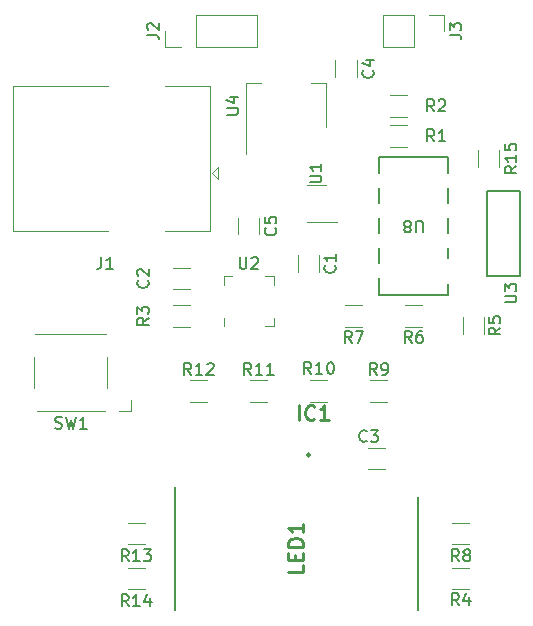
<source format=gbr>
%TF.GenerationSoftware,KiCad,Pcbnew,7.0.7*%
%TF.CreationDate,2023-12-11T18:46:51+01:00*%
%TF.ProjectId,projekt,70726f6a-656b-4742-9e6b-696361645f70,rev?*%
%TF.SameCoordinates,Original*%
%TF.FileFunction,Legend,Top*%
%TF.FilePolarity,Positive*%
%FSLAX46Y46*%
G04 Gerber Fmt 4.6, Leading zero omitted, Abs format (unit mm)*
G04 Created by KiCad (PCBNEW 7.0.7) date 2023-12-11 18:46:51*
%MOMM*%
%LPD*%
G01*
G04 APERTURE LIST*
%ADD10C,0.150000*%
%ADD11C,0.254000*%
%ADD12C,0.120000*%
%ADD13C,0.250000*%
%ADD14C,0.152400*%
%ADD15C,0.200000*%
G04 APERTURE END LIST*
D10*
X81794819Y-30178333D02*
X82509104Y-30178333D01*
X82509104Y-30178333D02*
X82651961Y-30225952D01*
X82651961Y-30225952D02*
X82747200Y-30321190D01*
X82747200Y-30321190D02*
X82794819Y-30464047D01*
X82794819Y-30464047D02*
X82794819Y-30559285D01*
X81794819Y-29797380D02*
X81794819Y-29178333D01*
X81794819Y-29178333D02*
X82175771Y-29511666D01*
X82175771Y-29511666D02*
X82175771Y-29368809D01*
X82175771Y-29368809D02*
X82223390Y-29273571D01*
X82223390Y-29273571D02*
X82271009Y-29225952D01*
X82271009Y-29225952D02*
X82366247Y-29178333D01*
X82366247Y-29178333D02*
X82604342Y-29178333D01*
X82604342Y-29178333D02*
X82699580Y-29225952D01*
X82699580Y-29225952D02*
X82747200Y-29273571D01*
X82747200Y-29273571D02*
X82794819Y-29368809D01*
X82794819Y-29368809D02*
X82794819Y-29654523D01*
X82794819Y-29654523D02*
X82747200Y-29749761D01*
X82747200Y-29749761D02*
X82699580Y-29797380D01*
X56179819Y-30178333D02*
X56894104Y-30178333D01*
X56894104Y-30178333D02*
X57036961Y-30225952D01*
X57036961Y-30225952D02*
X57132200Y-30321190D01*
X57132200Y-30321190D02*
X57179819Y-30464047D01*
X57179819Y-30464047D02*
X57179819Y-30559285D01*
X56275057Y-29749761D02*
X56227438Y-29702142D01*
X56227438Y-29702142D02*
X56179819Y-29606904D01*
X56179819Y-29606904D02*
X56179819Y-29368809D01*
X56179819Y-29368809D02*
X56227438Y-29273571D01*
X56227438Y-29273571D02*
X56275057Y-29225952D01*
X56275057Y-29225952D02*
X56370295Y-29178333D01*
X56370295Y-29178333D02*
X56465533Y-29178333D01*
X56465533Y-29178333D02*
X56608390Y-29225952D01*
X56608390Y-29225952D02*
X57179819Y-29797380D01*
X57179819Y-29797380D02*
X57179819Y-29178333D01*
X80478333Y-36649819D02*
X80145000Y-36173628D01*
X79906905Y-36649819D02*
X79906905Y-35649819D01*
X79906905Y-35649819D02*
X80287857Y-35649819D01*
X80287857Y-35649819D02*
X80383095Y-35697438D01*
X80383095Y-35697438D02*
X80430714Y-35745057D01*
X80430714Y-35745057D02*
X80478333Y-35840295D01*
X80478333Y-35840295D02*
X80478333Y-35983152D01*
X80478333Y-35983152D02*
X80430714Y-36078390D01*
X80430714Y-36078390D02*
X80383095Y-36126009D01*
X80383095Y-36126009D02*
X80287857Y-36173628D01*
X80287857Y-36173628D02*
X79906905Y-36173628D01*
X80859286Y-35745057D02*
X80906905Y-35697438D01*
X80906905Y-35697438D02*
X81002143Y-35649819D01*
X81002143Y-35649819D02*
X81240238Y-35649819D01*
X81240238Y-35649819D02*
X81335476Y-35697438D01*
X81335476Y-35697438D02*
X81383095Y-35745057D01*
X81383095Y-35745057D02*
X81430714Y-35840295D01*
X81430714Y-35840295D02*
X81430714Y-35935533D01*
X81430714Y-35935533D02*
X81383095Y-36078390D01*
X81383095Y-36078390D02*
X80811667Y-36649819D01*
X80811667Y-36649819D02*
X81430714Y-36649819D01*
X82575833Y-74749819D02*
X82242500Y-74273628D01*
X82004405Y-74749819D02*
X82004405Y-73749819D01*
X82004405Y-73749819D02*
X82385357Y-73749819D01*
X82385357Y-73749819D02*
X82480595Y-73797438D01*
X82480595Y-73797438D02*
X82528214Y-73845057D01*
X82528214Y-73845057D02*
X82575833Y-73940295D01*
X82575833Y-73940295D02*
X82575833Y-74083152D01*
X82575833Y-74083152D02*
X82528214Y-74178390D01*
X82528214Y-74178390D02*
X82480595Y-74226009D01*
X82480595Y-74226009D02*
X82385357Y-74273628D01*
X82385357Y-74273628D02*
X82004405Y-74273628D01*
X83147262Y-74178390D02*
X83052024Y-74130771D01*
X83052024Y-74130771D02*
X83004405Y-74083152D01*
X83004405Y-74083152D02*
X82956786Y-73987914D01*
X82956786Y-73987914D02*
X82956786Y-73940295D01*
X82956786Y-73940295D02*
X83004405Y-73845057D01*
X83004405Y-73845057D02*
X83052024Y-73797438D01*
X83052024Y-73797438D02*
X83147262Y-73749819D01*
X83147262Y-73749819D02*
X83337738Y-73749819D01*
X83337738Y-73749819D02*
X83432976Y-73797438D01*
X83432976Y-73797438D02*
X83480595Y-73845057D01*
X83480595Y-73845057D02*
X83528214Y-73940295D01*
X83528214Y-73940295D02*
X83528214Y-73987914D01*
X83528214Y-73987914D02*
X83480595Y-74083152D01*
X83480595Y-74083152D02*
X83432976Y-74130771D01*
X83432976Y-74130771D02*
X83337738Y-74178390D01*
X83337738Y-74178390D02*
X83147262Y-74178390D01*
X83147262Y-74178390D02*
X83052024Y-74226009D01*
X83052024Y-74226009D02*
X83004405Y-74273628D01*
X83004405Y-74273628D02*
X82956786Y-74368866D01*
X82956786Y-74368866D02*
X82956786Y-74559342D01*
X82956786Y-74559342D02*
X83004405Y-74654580D01*
X83004405Y-74654580D02*
X83052024Y-74702200D01*
X83052024Y-74702200D02*
X83147262Y-74749819D01*
X83147262Y-74749819D02*
X83337738Y-74749819D01*
X83337738Y-74749819D02*
X83432976Y-74702200D01*
X83432976Y-74702200D02*
X83480595Y-74654580D01*
X83480595Y-74654580D02*
X83528214Y-74559342D01*
X83528214Y-74559342D02*
X83528214Y-74368866D01*
X83528214Y-74368866D02*
X83480595Y-74273628D01*
X83480595Y-74273628D02*
X83432976Y-74226009D01*
X83432976Y-74226009D02*
X83337738Y-74178390D01*
X74763333Y-64549580D02*
X74715714Y-64597200D01*
X74715714Y-64597200D02*
X74572857Y-64644819D01*
X74572857Y-64644819D02*
X74477619Y-64644819D01*
X74477619Y-64644819D02*
X74334762Y-64597200D01*
X74334762Y-64597200D02*
X74239524Y-64501961D01*
X74239524Y-64501961D02*
X74191905Y-64406723D01*
X74191905Y-64406723D02*
X74144286Y-64216247D01*
X74144286Y-64216247D02*
X74144286Y-64073390D01*
X74144286Y-64073390D02*
X74191905Y-63882914D01*
X74191905Y-63882914D02*
X74239524Y-63787676D01*
X74239524Y-63787676D02*
X74334762Y-63692438D01*
X74334762Y-63692438D02*
X74477619Y-63644819D01*
X74477619Y-63644819D02*
X74572857Y-63644819D01*
X74572857Y-63644819D02*
X74715714Y-63692438D01*
X74715714Y-63692438D02*
X74763333Y-63740057D01*
X75096667Y-63644819D02*
X75715714Y-63644819D01*
X75715714Y-63644819D02*
X75382381Y-64025771D01*
X75382381Y-64025771D02*
X75525238Y-64025771D01*
X75525238Y-64025771D02*
X75620476Y-64073390D01*
X75620476Y-64073390D02*
X75668095Y-64121009D01*
X75668095Y-64121009D02*
X75715714Y-64216247D01*
X75715714Y-64216247D02*
X75715714Y-64454342D01*
X75715714Y-64454342D02*
X75668095Y-64549580D01*
X75668095Y-64549580D02*
X75620476Y-64597200D01*
X75620476Y-64597200D02*
X75525238Y-64644819D01*
X75525238Y-64644819D02*
X75239524Y-64644819D01*
X75239524Y-64644819D02*
X75144286Y-64597200D01*
X75144286Y-64597200D02*
X75096667Y-64549580D01*
X48386667Y-63472200D02*
X48529524Y-63519819D01*
X48529524Y-63519819D02*
X48767619Y-63519819D01*
X48767619Y-63519819D02*
X48862857Y-63472200D01*
X48862857Y-63472200D02*
X48910476Y-63424580D01*
X48910476Y-63424580D02*
X48958095Y-63329342D01*
X48958095Y-63329342D02*
X48958095Y-63234104D01*
X48958095Y-63234104D02*
X48910476Y-63138866D01*
X48910476Y-63138866D02*
X48862857Y-63091247D01*
X48862857Y-63091247D02*
X48767619Y-63043628D01*
X48767619Y-63043628D02*
X48577143Y-62996009D01*
X48577143Y-62996009D02*
X48481905Y-62948390D01*
X48481905Y-62948390D02*
X48434286Y-62900771D01*
X48434286Y-62900771D02*
X48386667Y-62805533D01*
X48386667Y-62805533D02*
X48386667Y-62710295D01*
X48386667Y-62710295D02*
X48434286Y-62615057D01*
X48434286Y-62615057D02*
X48481905Y-62567438D01*
X48481905Y-62567438D02*
X48577143Y-62519819D01*
X48577143Y-62519819D02*
X48815238Y-62519819D01*
X48815238Y-62519819D02*
X48958095Y-62567438D01*
X49291429Y-62519819D02*
X49529524Y-63519819D01*
X49529524Y-63519819D02*
X49720000Y-62805533D01*
X49720000Y-62805533D02*
X49910476Y-63519819D01*
X49910476Y-63519819D02*
X50148572Y-62519819D01*
X51053333Y-63519819D02*
X50481905Y-63519819D01*
X50767619Y-63519819D02*
X50767619Y-62519819D01*
X50767619Y-62519819D02*
X50672381Y-62662676D01*
X50672381Y-62662676D02*
X50577143Y-62757914D01*
X50577143Y-62757914D02*
X50481905Y-62805533D01*
X69939819Y-42671904D02*
X70749342Y-42671904D01*
X70749342Y-42671904D02*
X70844580Y-42624285D01*
X70844580Y-42624285D02*
X70892200Y-42576666D01*
X70892200Y-42576666D02*
X70939819Y-42481428D01*
X70939819Y-42481428D02*
X70939819Y-42290952D01*
X70939819Y-42290952D02*
X70892200Y-42195714D01*
X70892200Y-42195714D02*
X70844580Y-42148095D01*
X70844580Y-42148095D02*
X70749342Y-42100476D01*
X70749342Y-42100476D02*
X69939819Y-42100476D01*
X70939819Y-41100476D02*
X70939819Y-41671904D01*
X70939819Y-41386190D02*
X69939819Y-41386190D01*
X69939819Y-41386190D02*
X70082676Y-41481428D01*
X70082676Y-41481428D02*
X70177914Y-41576666D01*
X70177914Y-41576666D02*
X70225533Y-41671904D01*
D11*
X69015237Y-62804318D02*
X69015237Y-61534318D01*
X70345714Y-62683365D02*
X70285238Y-62743842D01*
X70285238Y-62743842D02*
X70103809Y-62804318D01*
X70103809Y-62804318D02*
X69982857Y-62804318D01*
X69982857Y-62804318D02*
X69801428Y-62743842D01*
X69801428Y-62743842D02*
X69680476Y-62622889D01*
X69680476Y-62622889D02*
X69619999Y-62501937D01*
X69619999Y-62501937D02*
X69559523Y-62260032D01*
X69559523Y-62260032D02*
X69559523Y-62078603D01*
X69559523Y-62078603D02*
X69619999Y-61836699D01*
X69619999Y-61836699D02*
X69680476Y-61715746D01*
X69680476Y-61715746D02*
X69801428Y-61594794D01*
X69801428Y-61594794D02*
X69982857Y-61534318D01*
X69982857Y-61534318D02*
X70103809Y-61534318D01*
X70103809Y-61534318D02*
X70285238Y-61594794D01*
X70285238Y-61594794D02*
X70345714Y-61655270D01*
X71555238Y-62804318D02*
X70829523Y-62804318D01*
X71192380Y-62804318D02*
X71192380Y-61534318D01*
X71192380Y-61534318D02*
X71071428Y-61715746D01*
X71071428Y-61715746D02*
X70950476Y-61836699D01*
X70950476Y-61836699D02*
X70829523Y-61897175D01*
D10*
X87449819Y-41282857D02*
X86973628Y-41616190D01*
X87449819Y-41854285D02*
X86449819Y-41854285D01*
X86449819Y-41854285D02*
X86449819Y-41473333D01*
X86449819Y-41473333D02*
X86497438Y-41378095D01*
X86497438Y-41378095D02*
X86545057Y-41330476D01*
X86545057Y-41330476D02*
X86640295Y-41282857D01*
X86640295Y-41282857D02*
X86783152Y-41282857D01*
X86783152Y-41282857D02*
X86878390Y-41330476D01*
X86878390Y-41330476D02*
X86926009Y-41378095D01*
X86926009Y-41378095D02*
X86973628Y-41473333D01*
X86973628Y-41473333D02*
X86973628Y-41854285D01*
X87449819Y-40330476D02*
X87449819Y-40901904D01*
X87449819Y-40616190D02*
X86449819Y-40616190D01*
X86449819Y-40616190D02*
X86592676Y-40711428D01*
X86592676Y-40711428D02*
X86687914Y-40806666D01*
X86687914Y-40806666D02*
X86735533Y-40901904D01*
X86449819Y-39425714D02*
X86449819Y-39901904D01*
X86449819Y-39901904D02*
X86926009Y-39949523D01*
X86926009Y-39949523D02*
X86878390Y-39901904D01*
X86878390Y-39901904D02*
X86830771Y-39806666D01*
X86830771Y-39806666D02*
X86830771Y-39568571D01*
X86830771Y-39568571D02*
X86878390Y-39473333D01*
X86878390Y-39473333D02*
X86926009Y-39425714D01*
X86926009Y-39425714D02*
X87021247Y-39378095D01*
X87021247Y-39378095D02*
X87259342Y-39378095D01*
X87259342Y-39378095D02*
X87354580Y-39425714D01*
X87354580Y-39425714D02*
X87402200Y-39473333D01*
X87402200Y-39473333D02*
X87449819Y-39568571D01*
X87449819Y-39568571D02*
X87449819Y-39806666D01*
X87449819Y-39806666D02*
X87402200Y-39901904D01*
X87402200Y-39901904D02*
X87354580Y-39949523D01*
X62899819Y-36931904D02*
X63709342Y-36931904D01*
X63709342Y-36931904D02*
X63804580Y-36884285D01*
X63804580Y-36884285D02*
X63852200Y-36836666D01*
X63852200Y-36836666D02*
X63899819Y-36741428D01*
X63899819Y-36741428D02*
X63899819Y-36550952D01*
X63899819Y-36550952D02*
X63852200Y-36455714D01*
X63852200Y-36455714D02*
X63804580Y-36408095D01*
X63804580Y-36408095D02*
X63709342Y-36360476D01*
X63709342Y-36360476D02*
X62899819Y-36360476D01*
X63233152Y-35455714D02*
X63899819Y-35455714D01*
X62852200Y-35693809D02*
X63566485Y-35931904D01*
X63566485Y-35931904D02*
X63566485Y-35312857D01*
X54602142Y-78559819D02*
X54268809Y-78083628D01*
X54030714Y-78559819D02*
X54030714Y-77559819D01*
X54030714Y-77559819D02*
X54411666Y-77559819D01*
X54411666Y-77559819D02*
X54506904Y-77607438D01*
X54506904Y-77607438D02*
X54554523Y-77655057D01*
X54554523Y-77655057D02*
X54602142Y-77750295D01*
X54602142Y-77750295D02*
X54602142Y-77893152D01*
X54602142Y-77893152D02*
X54554523Y-77988390D01*
X54554523Y-77988390D02*
X54506904Y-78036009D01*
X54506904Y-78036009D02*
X54411666Y-78083628D01*
X54411666Y-78083628D02*
X54030714Y-78083628D01*
X55554523Y-78559819D02*
X54983095Y-78559819D01*
X55268809Y-78559819D02*
X55268809Y-77559819D01*
X55268809Y-77559819D02*
X55173571Y-77702676D01*
X55173571Y-77702676D02*
X55078333Y-77797914D01*
X55078333Y-77797914D02*
X54983095Y-77845533D01*
X56411666Y-77893152D02*
X56411666Y-78559819D01*
X56173571Y-77512200D02*
X55935476Y-78226485D01*
X55935476Y-78226485D02*
X56554523Y-78226485D01*
X78573333Y-56249819D02*
X78240000Y-55773628D01*
X78001905Y-56249819D02*
X78001905Y-55249819D01*
X78001905Y-55249819D02*
X78382857Y-55249819D01*
X78382857Y-55249819D02*
X78478095Y-55297438D01*
X78478095Y-55297438D02*
X78525714Y-55345057D01*
X78525714Y-55345057D02*
X78573333Y-55440295D01*
X78573333Y-55440295D02*
X78573333Y-55583152D01*
X78573333Y-55583152D02*
X78525714Y-55678390D01*
X78525714Y-55678390D02*
X78478095Y-55726009D01*
X78478095Y-55726009D02*
X78382857Y-55773628D01*
X78382857Y-55773628D02*
X78001905Y-55773628D01*
X79430476Y-55249819D02*
X79240000Y-55249819D01*
X79240000Y-55249819D02*
X79144762Y-55297438D01*
X79144762Y-55297438D02*
X79097143Y-55345057D01*
X79097143Y-55345057D02*
X79001905Y-55487914D01*
X79001905Y-55487914D02*
X78954286Y-55678390D01*
X78954286Y-55678390D02*
X78954286Y-56059342D01*
X78954286Y-56059342D02*
X79001905Y-56154580D01*
X79001905Y-56154580D02*
X79049524Y-56202200D01*
X79049524Y-56202200D02*
X79144762Y-56249819D01*
X79144762Y-56249819D02*
X79335238Y-56249819D01*
X79335238Y-56249819D02*
X79430476Y-56202200D01*
X79430476Y-56202200D02*
X79478095Y-56154580D01*
X79478095Y-56154580D02*
X79525714Y-56059342D01*
X79525714Y-56059342D02*
X79525714Y-55821247D01*
X79525714Y-55821247D02*
X79478095Y-55726009D01*
X79478095Y-55726009D02*
X79430476Y-55678390D01*
X79430476Y-55678390D02*
X79335238Y-55630771D01*
X79335238Y-55630771D02*
X79144762Y-55630771D01*
X79144762Y-55630771D02*
X79049524Y-55678390D01*
X79049524Y-55678390D02*
X79001905Y-55726009D01*
X79001905Y-55726009D02*
X78954286Y-55821247D01*
X72059580Y-49696666D02*
X72107200Y-49744285D01*
X72107200Y-49744285D02*
X72154819Y-49887142D01*
X72154819Y-49887142D02*
X72154819Y-49982380D01*
X72154819Y-49982380D02*
X72107200Y-50125237D01*
X72107200Y-50125237D02*
X72011961Y-50220475D01*
X72011961Y-50220475D02*
X71916723Y-50268094D01*
X71916723Y-50268094D02*
X71726247Y-50315713D01*
X71726247Y-50315713D02*
X71583390Y-50315713D01*
X71583390Y-50315713D02*
X71392914Y-50268094D01*
X71392914Y-50268094D02*
X71297676Y-50220475D01*
X71297676Y-50220475D02*
X71202438Y-50125237D01*
X71202438Y-50125237D02*
X71154819Y-49982380D01*
X71154819Y-49982380D02*
X71154819Y-49887142D01*
X71154819Y-49887142D02*
X71202438Y-49744285D01*
X71202438Y-49744285D02*
X71250057Y-49696666D01*
X72154819Y-48744285D02*
X72154819Y-49315713D01*
X72154819Y-49029999D02*
X71154819Y-49029999D01*
X71154819Y-49029999D02*
X71297676Y-49125237D01*
X71297676Y-49125237D02*
X71392914Y-49220475D01*
X71392914Y-49220475D02*
X71440533Y-49315713D01*
X52294166Y-48994819D02*
X52294166Y-49709104D01*
X52294166Y-49709104D02*
X52246547Y-49851961D01*
X52246547Y-49851961D02*
X52151309Y-49947200D01*
X52151309Y-49947200D02*
X52008452Y-49994819D01*
X52008452Y-49994819D02*
X51913214Y-49994819D01*
X53294166Y-49994819D02*
X52722738Y-49994819D01*
X53008452Y-49994819D02*
X53008452Y-48994819D01*
X53008452Y-48994819D02*
X52913214Y-49137676D01*
X52913214Y-49137676D02*
X52817976Y-49232914D01*
X52817976Y-49232914D02*
X52722738Y-49280533D01*
X64992142Y-58959819D02*
X64658809Y-58483628D01*
X64420714Y-58959819D02*
X64420714Y-57959819D01*
X64420714Y-57959819D02*
X64801666Y-57959819D01*
X64801666Y-57959819D02*
X64896904Y-58007438D01*
X64896904Y-58007438D02*
X64944523Y-58055057D01*
X64944523Y-58055057D02*
X64992142Y-58150295D01*
X64992142Y-58150295D02*
X64992142Y-58293152D01*
X64992142Y-58293152D02*
X64944523Y-58388390D01*
X64944523Y-58388390D02*
X64896904Y-58436009D01*
X64896904Y-58436009D02*
X64801666Y-58483628D01*
X64801666Y-58483628D02*
X64420714Y-58483628D01*
X65944523Y-58959819D02*
X65373095Y-58959819D01*
X65658809Y-58959819D02*
X65658809Y-57959819D01*
X65658809Y-57959819D02*
X65563571Y-58102676D01*
X65563571Y-58102676D02*
X65468333Y-58197914D01*
X65468333Y-58197914D02*
X65373095Y-58245533D01*
X66896904Y-58959819D02*
X66325476Y-58959819D01*
X66611190Y-58959819D02*
X66611190Y-57959819D01*
X66611190Y-57959819D02*
X66515952Y-58102676D01*
X66515952Y-58102676D02*
X66420714Y-58197914D01*
X66420714Y-58197914D02*
X66325476Y-58245533D01*
X73493333Y-56249819D02*
X73160000Y-55773628D01*
X72921905Y-56249819D02*
X72921905Y-55249819D01*
X72921905Y-55249819D02*
X73302857Y-55249819D01*
X73302857Y-55249819D02*
X73398095Y-55297438D01*
X73398095Y-55297438D02*
X73445714Y-55345057D01*
X73445714Y-55345057D02*
X73493333Y-55440295D01*
X73493333Y-55440295D02*
X73493333Y-55583152D01*
X73493333Y-55583152D02*
X73445714Y-55678390D01*
X73445714Y-55678390D02*
X73398095Y-55726009D01*
X73398095Y-55726009D02*
X73302857Y-55773628D01*
X73302857Y-55773628D02*
X72921905Y-55773628D01*
X73826667Y-55249819D02*
X74493333Y-55249819D01*
X74493333Y-55249819D02*
X74064762Y-56249819D01*
X86449819Y-52831904D02*
X87259342Y-52831904D01*
X87259342Y-52831904D02*
X87354580Y-52784285D01*
X87354580Y-52784285D02*
X87402200Y-52736666D01*
X87402200Y-52736666D02*
X87449819Y-52641428D01*
X87449819Y-52641428D02*
X87449819Y-52450952D01*
X87449819Y-52450952D02*
X87402200Y-52355714D01*
X87402200Y-52355714D02*
X87354580Y-52308095D01*
X87354580Y-52308095D02*
X87259342Y-52260476D01*
X87259342Y-52260476D02*
X86449819Y-52260476D01*
X86449819Y-51879523D02*
X86449819Y-51260476D01*
X86449819Y-51260476D02*
X86830771Y-51593809D01*
X86830771Y-51593809D02*
X86830771Y-51450952D01*
X86830771Y-51450952D02*
X86878390Y-51355714D01*
X86878390Y-51355714D02*
X86926009Y-51308095D01*
X86926009Y-51308095D02*
X87021247Y-51260476D01*
X87021247Y-51260476D02*
X87259342Y-51260476D01*
X87259342Y-51260476D02*
X87354580Y-51308095D01*
X87354580Y-51308095D02*
X87402200Y-51355714D01*
X87402200Y-51355714D02*
X87449819Y-51450952D01*
X87449819Y-51450952D02*
X87449819Y-51736666D01*
X87449819Y-51736666D02*
X87402200Y-51831904D01*
X87402200Y-51831904D02*
X87354580Y-51879523D01*
X54602142Y-74749819D02*
X54268809Y-74273628D01*
X54030714Y-74749819D02*
X54030714Y-73749819D01*
X54030714Y-73749819D02*
X54411666Y-73749819D01*
X54411666Y-73749819D02*
X54506904Y-73797438D01*
X54506904Y-73797438D02*
X54554523Y-73845057D01*
X54554523Y-73845057D02*
X54602142Y-73940295D01*
X54602142Y-73940295D02*
X54602142Y-74083152D01*
X54602142Y-74083152D02*
X54554523Y-74178390D01*
X54554523Y-74178390D02*
X54506904Y-74226009D01*
X54506904Y-74226009D02*
X54411666Y-74273628D01*
X54411666Y-74273628D02*
X54030714Y-74273628D01*
X55554523Y-74749819D02*
X54983095Y-74749819D01*
X55268809Y-74749819D02*
X55268809Y-73749819D01*
X55268809Y-73749819D02*
X55173571Y-73892676D01*
X55173571Y-73892676D02*
X55078333Y-73987914D01*
X55078333Y-73987914D02*
X54983095Y-74035533D01*
X55887857Y-73749819D02*
X56506904Y-73749819D01*
X56506904Y-73749819D02*
X56173571Y-74130771D01*
X56173571Y-74130771D02*
X56316428Y-74130771D01*
X56316428Y-74130771D02*
X56411666Y-74178390D01*
X56411666Y-74178390D02*
X56459285Y-74226009D01*
X56459285Y-74226009D02*
X56506904Y-74321247D01*
X56506904Y-74321247D02*
X56506904Y-74559342D01*
X56506904Y-74559342D02*
X56459285Y-74654580D01*
X56459285Y-74654580D02*
X56411666Y-74702200D01*
X56411666Y-74702200D02*
X56316428Y-74749819D01*
X56316428Y-74749819D02*
X56030714Y-74749819D01*
X56030714Y-74749819D02*
X55935476Y-74702200D01*
X55935476Y-74702200D02*
X55887857Y-74654580D01*
X59912142Y-58959819D02*
X59578809Y-58483628D01*
X59340714Y-58959819D02*
X59340714Y-57959819D01*
X59340714Y-57959819D02*
X59721666Y-57959819D01*
X59721666Y-57959819D02*
X59816904Y-58007438D01*
X59816904Y-58007438D02*
X59864523Y-58055057D01*
X59864523Y-58055057D02*
X59912142Y-58150295D01*
X59912142Y-58150295D02*
X59912142Y-58293152D01*
X59912142Y-58293152D02*
X59864523Y-58388390D01*
X59864523Y-58388390D02*
X59816904Y-58436009D01*
X59816904Y-58436009D02*
X59721666Y-58483628D01*
X59721666Y-58483628D02*
X59340714Y-58483628D01*
X60864523Y-58959819D02*
X60293095Y-58959819D01*
X60578809Y-58959819D02*
X60578809Y-57959819D01*
X60578809Y-57959819D02*
X60483571Y-58102676D01*
X60483571Y-58102676D02*
X60388333Y-58197914D01*
X60388333Y-58197914D02*
X60293095Y-58245533D01*
X61245476Y-58055057D02*
X61293095Y-58007438D01*
X61293095Y-58007438D02*
X61388333Y-57959819D01*
X61388333Y-57959819D02*
X61626428Y-57959819D01*
X61626428Y-57959819D02*
X61721666Y-58007438D01*
X61721666Y-58007438D02*
X61769285Y-58055057D01*
X61769285Y-58055057D02*
X61816904Y-58150295D01*
X61816904Y-58150295D02*
X61816904Y-58245533D01*
X61816904Y-58245533D02*
X61769285Y-58388390D01*
X61769285Y-58388390D02*
X61197857Y-58959819D01*
X61197857Y-58959819D02*
X61816904Y-58959819D01*
X70072142Y-58874819D02*
X69738809Y-58398628D01*
X69500714Y-58874819D02*
X69500714Y-57874819D01*
X69500714Y-57874819D02*
X69881666Y-57874819D01*
X69881666Y-57874819D02*
X69976904Y-57922438D01*
X69976904Y-57922438D02*
X70024523Y-57970057D01*
X70024523Y-57970057D02*
X70072142Y-58065295D01*
X70072142Y-58065295D02*
X70072142Y-58208152D01*
X70072142Y-58208152D02*
X70024523Y-58303390D01*
X70024523Y-58303390D02*
X69976904Y-58351009D01*
X69976904Y-58351009D02*
X69881666Y-58398628D01*
X69881666Y-58398628D02*
X69500714Y-58398628D01*
X71024523Y-58874819D02*
X70453095Y-58874819D01*
X70738809Y-58874819D02*
X70738809Y-57874819D01*
X70738809Y-57874819D02*
X70643571Y-58017676D01*
X70643571Y-58017676D02*
X70548333Y-58112914D01*
X70548333Y-58112914D02*
X70453095Y-58160533D01*
X71643571Y-57874819D02*
X71738809Y-57874819D01*
X71738809Y-57874819D02*
X71834047Y-57922438D01*
X71834047Y-57922438D02*
X71881666Y-57970057D01*
X71881666Y-57970057D02*
X71929285Y-58065295D01*
X71929285Y-58065295D02*
X71976904Y-58255771D01*
X71976904Y-58255771D02*
X71976904Y-58493866D01*
X71976904Y-58493866D02*
X71929285Y-58684342D01*
X71929285Y-58684342D02*
X71881666Y-58779580D01*
X71881666Y-58779580D02*
X71834047Y-58827200D01*
X71834047Y-58827200D02*
X71738809Y-58874819D01*
X71738809Y-58874819D02*
X71643571Y-58874819D01*
X71643571Y-58874819D02*
X71548333Y-58827200D01*
X71548333Y-58827200D02*
X71500714Y-58779580D01*
X71500714Y-58779580D02*
X71453095Y-58684342D01*
X71453095Y-58684342D02*
X71405476Y-58493866D01*
X71405476Y-58493866D02*
X71405476Y-58255771D01*
X71405476Y-58255771D02*
X71453095Y-58065295D01*
X71453095Y-58065295D02*
X71500714Y-57970057D01*
X71500714Y-57970057D02*
X71548333Y-57922438D01*
X71548333Y-57922438D02*
X71643571Y-57874819D01*
X56334819Y-54141666D02*
X55858628Y-54474999D01*
X56334819Y-54713094D02*
X55334819Y-54713094D01*
X55334819Y-54713094D02*
X55334819Y-54332142D01*
X55334819Y-54332142D02*
X55382438Y-54236904D01*
X55382438Y-54236904D02*
X55430057Y-54189285D01*
X55430057Y-54189285D02*
X55525295Y-54141666D01*
X55525295Y-54141666D02*
X55668152Y-54141666D01*
X55668152Y-54141666D02*
X55763390Y-54189285D01*
X55763390Y-54189285D02*
X55811009Y-54236904D01*
X55811009Y-54236904D02*
X55858628Y-54332142D01*
X55858628Y-54332142D02*
X55858628Y-54713094D01*
X55334819Y-53808332D02*
X55334819Y-53189285D01*
X55334819Y-53189285D02*
X55715771Y-53522618D01*
X55715771Y-53522618D02*
X55715771Y-53379761D01*
X55715771Y-53379761D02*
X55763390Y-53284523D01*
X55763390Y-53284523D02*
X55811009Y-53236904D01*
X55811009Y-53236904D02*
X55906247Y-53189285D01*
X55906247Y-53189285D02*
X56144342Y-53189285D01*
X56144342Y-53189285D02*
X56239580Y-53236904D01*
X56239580Y-53236904D02*
X56287200Y-53284523D01*
X56287200Y-53284523D02*
X56334819Y-53379761D01*
X56334819Y-53379761D02*
X56334819Y-53665475D01*
X56334819Y-53665475D02*
X56287200Y-53760713D01*
X56287200Y-53760713D02*
X56239580Y-53808332D01*
X75628333Y-58959819D02*
X75295000Y-58483628D01*
X75056905Y-58959819D02*
X75056905Y-57959819D01*
X75056905Y-57959819D02*
X75437857Y-57959819D01*
X75437857Y-57959819D02*
X75533095Y-58007438D01*
X75533095Y-58007438D02*
X75580714Y-58055057D01*
X75580714Y-58055057D02*
X75628333Y-58150295D01*
X75628333Y-58150295D02*
X75628333Y-58293152D01*
X75628333Y-58293152D02*
X75580714Y-58388390D01*
X75580714Y-58388390D02*
X75533095Y-58436009D01*
X75533095Y-58436009D02*
X75437857Y-58483628D01*
X75437857Y-58483628D02*
X75056905Y-58483628D01*
X76104524Y-58959819D02*
X76295000Y-58959819D01*
X76295000Y-58959819D02*
X76390238Y-58912200D01*
X76390238Y-58912200D02*
X76437857Y-58864580D01*
X76437857Y-58864580D02*
X76533095Y-58721723D01*
X76533095Y-58721723D02*
X76580714Y-58531247D01*
X76580714Y-58531247D02*
X76580714Y-58150295D01*
X76580714Y-58150295D02*
X76533095Y-58055057D01*
X76533095Y-58055057D02*
X76485476Y-58007438D01*
X76485476Y-58007438D02*
X76390238Y-57959819D01*
X76390238Y-57959819D02*
X76199762Y-57959819D01*
X76199762Y-57959819D02*
X76104524Y-58007438D01*
X76104524Y-58007438D02*
X76056905Y-58055057D01*
X76056905Y-58055057D02*
X76009286Y-58150295D01*
X76009286Y-58150295D02*
X76009286Y-58388390D01*
X76009286Y-58388390D02*
X76056905Y-58483628D01*
X76056905Y-58483628D02*
X76104524Y-58531247D01*
X76104524Y-58531247D02*
X76199762Y-58578866D01*
X76199762Y-58578866D02*
X76390238Y-58578866D01*
X76390238Y-58578866D02*
X76485476Y-58531247D01*
X76485476Y-58531247D02*
X76533095Y-58483628D01*
X76533095Y-58483628D02*
X76580714Y-58388390D01*
X64008095Y-48984819D02*
X64008095Y-49794342D01*
X64008095Y-49794342D02*
X64055714Y-49889580D01*
X64055714Y-49889580D02*
X64103333Y-49937200D01*
X64103333Y-49937200D02*
X64198571Y-49984819D01*
X64198571Y-49984819D02*
X64389047Y-49984819D01*
X64389047Y-49984819D02*
X64484285Y-49937200D01*
X64484285Y-49937200D02*
X64531904Y-49889580D01*
X64531904Y-49889580D02*
X64579523Y-49794342D01*
X64579523Y-49794342D02*
X64579523Y-48984819D01*
X65008095Y-49080057D02*
X65055714Y-49032438D01*
X65055714Y-49032438D02*
X65150952Y-48984819D01*
X65150952Y-48984819D02*
X65389047Y-48984819D01*
X65389047Y-48984819D02*
X65484285Y-49032438D01*
X65484285Y-49032438D02*
X65531904Y-49080057D01*
X65531904Y-49080057D02*
X65579523Y-49175295D01*
X65579523Y-49175295D02*
X65579523Y-49270533D01*
X65579523Y-49270533D02*
X65531904Y-49413390D01*
X65531904Y-49413390D02*
X64960476Y-49984819D01*
X64960476Y-49984819D02*
X65579523Y-49984819D01*
X80478333Y-39189819D02*
X80145000Y-38713628D01*
X79906905Y-39189819D02*
X79906905Y-38189819D01*
X79906905Y-38189819D02*
X80287857Y-38189819D01*
X80287857Y-38189819D02*
X80383095Y-38237438D01*
X80383095Y-38237438D02*
X80430714Y-38285057D01*
X80430714Y-38285057D02*
X80478333Y-38380295D01*
X80478333Y-38380295D02*
X80478333Y-38523152D01*
X80478333Y-38523152D02*
X80430714Y-38618390D01*
X80430714Y-38618390D02*
X80383095Y-38666009D01*
X80383095Y-38666009D02*
X80287857Y-38713628D01*
X80287857Y-38713628D02*
X79906905Y-38713628D01*
X81430714Y-39189819D02*
X80859286Y-39189819D01*
X81145000Y-39189819D02*
X81145000Y-38189819D01*
X81145000Y-38189819D02*
X81049762Y-38332676D01*
X81049762Y-38332676D02*
X80954524Y-38427914D01*
X80954524Y-38427914D02*
X80859286Y-38475533D01*
X82575833Y-78474819D02*
X82242500Y-77998628D01*
X82004405Y-78474819D02*
X82004405Y-77474819D01*
X82004405Y-77474819D02*
X82385357Y-77474819D01*
X82385357Y-77474819D02*
X82480595Y-77522438D01*
X82480595Y-77522438D02*
X82528214Y-77570057D01*
X82528214Y-77570057D02*
X82575833Y-77665295D01*
X82575833Y-77665295D02*
X82575833Y-77808152D01*
X82575833Y-77808152D02*
X82528214Y-77903390D01*
X82528214Y-77903390D02*
X82480595Y-77951009D01*
X82480595Y-77951009D02*
X82385357Y-77998628D01*
X82385357Y-77998628D02*
X82004405Y-77998628D01*
X83432976Y-77808152D02*
X83432976Y-78474819D01*
X83194881Y-77427200D02*
X82956786Y-78141485D01*
X82956786Y-78141485D02*
X83575833Y-78141485D01*
X86094819Y-54969166D02*
X85618628Y-55302499D01*
X86094819Y-55540594D02*
X85094819Y-55540594D01*
X85094819Y-55540594D02*
X85094819Y-55159642D01*
X85094819Y-55159642D02*
X85142438Y-55064404D01*
X85142438Y-55064404D02*
X85190057Y-55016785D01*
X85190057Y-55016785D02*
X85285295Y-54969166D01*
X85285295Y-54969166D02*
X85428152Y-54969166D01*
X85428152Y-54969166D02*
X85523390Y-55016785D01*
X85523390Y-55016785D02*
X85571009Y-55064404D01*
X85571009Y-55064404D02*
X85618628Y-55159642D01*
X85618628Y-55159642D02*
X85618628Y-55540594D01*
X85094819Y-54064404D02*
X85094819Y-54540594D01*
X85094819Y-54540594D02*
X85571009Y-54588213D01*
X85571009Y-54588213D02*
X85523390Y-54540594D01*
X85523390Y-54540594D02*
X85475771Y-54445356D01*
X85475771Y-54445356D02*
X85475771Y-54207261D01*
X85475771Y-54207261D02*
X85523390Y-54112023D01*
X85523390Y-54112023D02*
X85571009Y-54064404D01*
X85571009Y-54064404D02*
X85666247Y-54016785D01*
X85666247Y-54016785D02*
X85904342Y-54016785D01*
X85904342Y-54016785D02*
X85999580Y-54064404D01*
X85999580Y-54064404D02*
X86047200Y-54112023D01*
X86047200Y-54112023D02*
X86094819Y-54207261D01*
X86094819Y-54207261D02*
X86094819Y-54445356D01*
X86094819Y-54445356D02*
X86047200Y-54540594D01*
X86047200Y-54540594D02*
X85999580Y-54588213D01*
X75289580Y-33186666D02*
X75337200Y-33234285D01*
X75337200Y-33234285D02*
X75384819Y-33377142D01*
X75384819Y-33377142D02*
X75384819Y-33472380D01*
X75384819Y-33472380D02*
X75337200Y-33615237D01*
X75337200Y-33615237D02*
X75241961Y-33710475D01*
X75241961Y-33710475D02*
X75146723Y-33758094D01*
X75146723Y-33758094D02*
X74956247Y-33805713D01*
X74956247Y-33805713D02*
X74813390Y-33805713D01*
X74813390Y-33805713D02*
X74622914Y-33758094D01*
X74622914Y-33758094D02*
X74527676Y-33710475D01*
X74527676Y-33710475D02*
X74432438Y-33615237D01*
X74432438Y-33615237D02*
X74384819Y-33472380D01*
X74384819Y-33472380D02*
X74384819Y-33377142D01*
X74384819Y-33377142D02*
X74432438Y-33234285D01*
X74432438Y-33234285D02*
X74480057Y-33186666D01*
X74718152Y-32329523D02*
X75384819Y-32329523D01*
X74337200Y-32567618D02*
X75051485Y-32805713D01*
X75051485Y-32805713D02*
X75051485Y-32186666D01*
D11*
X69384318Y-75081190D02*
X69384318Y-75685952D01*
X69384318Y-75685952D02*
X68114318Y-75685952D01*
X68719080Y-74657857D02*
X68719080Y-74234523D01*
X69384318Y-74053095D02*
X69384318Y-74657857D01*
X69384318Y-74657857D02*
X68114318Y-74657857D01*
X68114318Y-74657857D02*
X68114318Y-74053095D01*
X69384318Y-73508809D02*
X68114318Y-73508809D01*
X68114318Y-73508809D02*
X68114318Y-73206428D01*
X68114318Y-73206428D02*
X68174794Y-73024999D01*
X68174794Y-73024999D02*
X68295746Y-72904047D01*
X68295746Y-72904047D02*
X68416699Y-72843570D01*
X68416699Y-72843570D02*
X68658603Y-72783094D01*
X68658603Y-72783094D02*
X68840032Y-72783094D01*
X68840032Y-72783094D02*
X69081937Y-72843570D01*
X69081937Y-72843570D02*
X69202889Y-72904047D01*
X69202889Y-72904047D02*
X69323842Y-73024999D01*
X69323842Y-73024999D02*
X69384318Y-73206428D01*
X69384318Y-73206428D02*
X69384318Y-73508809D01*
X69384318Y-71573570D02*
X69384318Y-72299285D01*
X69384318Y-71936428D02*
X68114318Y-71936428D01*
X68114318Y-71936428D02*
X68295746Y-72057380D01*
X68295746Y-72057380D02*
X68416699Y-72178332D01*
X68416699Y-72178332D02*
X68477175Y-72299285D01*
D10*
X79501904Y-46900180D02*
X79501904Y-46090657D01*
X79501904Y-46090657D02*
X79454285Y-45995419D01*
X79454285Y-45995419D02*
X79406666Y-45947800D01*
X79406666Y-45947800D02*
X79311428Y-45900180D01*
X79311428Y-45900180D02*
X79120952Y-45900180D01*
X79120952Y-45900180D02*
X79025714Y-45947800D01*
X79025714Y-45947800D02*
X78978095Y-45995419D01*
X78978095Y-45995419D02*
X78930476Y-46090657D01*
X78930476Y-46090657D02*
X78930476Y-46900180D01*
X78311428Y-46471609D02*
X78406666Y-46519228D01*
X78406666Y-46519228D02*
X78454285Y-46566847D01*
X78454285Y-46566847D02*
X78501904Y-46662085D01*
X78501904Y-46662085D02*
X78501904Y-46709704D01*
X78501904Y-46709704D02*
X78454285Y-46804942D01*
X78454285Y-46804942D02*
X78406666Y-46852561D01*
X78406666Y-46852561D02*
X78311428Y-46900180D01*
X78311428Y-46900180D02*
X78120952Y-46900180D01*
X78120952Y-46900180D02*
X78025714Y-46852561D01*
X78025714Y-46852561D02*
X77978095Y-46804942D01*
X77978095Y-46804942D02*
X77930476Y-46709704D01*
X77930476Y-46709704D02*
X77930476Y-46662085D01*
X77930476Y-46662085D02*
X77978095Y-46566847D01*
X77978095Y-46566847D02*
X78025714Y-46519228D01*
X78025714Y-46519228D02*
X78120952Y-46471609D01*
X78120952Y-46471609D02*
X78311428Y-46471609D01*
X78311428Y-46471609D02*
X78406666Y-46423990D01*
X78406666Y-46423990D02*
X78454285Y-46376371D01*
X78454285Y-46376371D02*
X78501904Y-46281133D01*
X78501904Y-46281133D02*
X78501904Y-46090657D01*
X78501904Y-46090657D02*
X78454285Y-45995419D01*
X78454285Y-45995419D02*
X78406666Y-45947800D01*
X78406666Y-45947800D02*
X78311428Y-45900180D01*
X78311428Y-45900180D02*
X78120952Y-45900180D01*
X78120952Y-45900180D02*
X78025714Y-45947800D01*
X78025714Y-45947800D02*
X77978095Y-45995419D01*
X77978095Y-45995419D02*
X77930476Y-46090657D01*
X77930476Y-46090657D02*
X77930476Y-46281133D01*
X77930476Y-46281133D02*
X77978095Y-46376371D01*
X77978095Y-46376371D02*
X78025714Y-46423990D01*
X78025714Y-46423990D02*
X78120952Y-46471609D01*
X56239580Y-50966666D02*
X56287200Y-51014285D01*
X56287200Y-51014285D02*
X56334819Y-51157142D01*
X56334819Y-51157142D02*
X56334819Y-51252380D01*
X56334819Y-51252380D02*
X56287200Y-51395237D01*
X56287200Y-51395237D02*
X56191961Y-51490475D01*
X56191961Y-51490475D02*
X56096723Y-51538094D01*
X56096723Y-51538094D02*
X55906247Y-51585713D01*
X55906247Y-51585713D02*
X55763390Y-51585713D01*
X55763390Y-51585713D02*
X55572914Y-51538094D01*
X55572914Y-51538094D02*
X55477676Y-51490475D01*
X55477676Y-51490475D02*
X55382438Y-51395237D01*
X55382438Y-51395237D02*
X55334819Y-51252380D01*
X55334819Y-51252380D02*
X55334819Y-51157142D01*
X55334819Y-51157142D02*
X55382438Y-51014285D01*
X55382438Y-51014285D02*
X55430057Y-50966666D01*
X55430057Y-50585713D02*
X55382438Y-50538094D01*
X55382438Y-50538094D02*
X55334819Y-50442856D01*
X55334819Y-50442856D02*
X55334819Y-50204761D01*
X55334819Y-50204761D02*
X55382438Y-50109523D01*
X55382438Y-50109523D02*
X55430057Y-50061904D01*
X55430057Y-50061904D02*
X55525295Y-50014285D01*
X55525295Y-50014285D02*
X55620533Y-50014285D01*
X55620533Y-50014285D02*
X55763390Y-50061904D01*
X55763390Y-50061904D02*
X56334819Y-50633332D01*
X56334819Y-50633332D02*
X56334819Y-50014285D01*
X67034580Y-46521666D02*
X67082200Y-46569285D01*
X67082200Y-46569285D02*
X67129819Y-46712142D01*
X67129819Y-46712142D02*
X67129819Y-46807380D01*
X67129819Y-46807380D02*
X67082200Y-46950237D01*
X67082200Y-46950237D02*
X66986961Y-47045475D01*
X66986961Y-47045475D02*
X66891723Y-47093094D01*
X66891723Y-47093094D02*
X66701247Y-47140713D01*
X66701247Y-47140713D02*
X66558390Y-47140713D01*
X66558390Y-47140713D02*
X66367914Y-47093094D01*
X66367914Y-47093094D02*
X66272676Y-47045475D01*
X66272676Y-47045475D02*
X66177438Y-46950237D01*
X66177438Y-46950237D02*
X66129819Y-46807380D01*
X66129819Y-46807380D02*
X66129819Y-46712142D01*
X66129819Y-46712142D02*
X66177438Y-46569285D01*
X66177438Y-46569285D02*
X66225057Y-46521666D01*
X66129819Y-45616904D02*
X66129819Y-46093094D01*
X66129819Y-46093094D02*
X66606009Y-46140713D01*
X66606009Y-46140713D02*
X66558390Y-46093094D01*
X66558390Y-46093094D02*
X66510771Y-45997856D01*
X66510771Y-45997856D02*
X66510771Y-45759761D01*
X66510771Y-45759761D02*
X66558390Y-45664523D01*
X66558390Y-45664523D02*
X66606009Y-45616904D01*
X66606009Y-45616904D02*
X66701247Y-45569285D01*
X66701247Y-45569285D02*
X66939342Y-45569285D01*
X66939342Y-45569285D02*
X67034580Y-45616904D01*
X67034580Y-45616904D02*
X67082200Y-45664523D01*
X67082200Y-45664523D02*
X67129819Y-45759761D01*
X67129819Y-45759761D02*
X67129819Y-45997856D01*
X67129819Y-45997856D02*
X67082200Y-46093094D01*
X67082200Y-46093094D02*
X67034580Y-46140713D01*
D12*
%TO.C,J3*%
X80010000Y-28515000D02*
X81340000Y-28515000D01*
X76140000Y-28515000D02*
X76140000Y-31175000D01*
X78740000Y-28515000D02*
X76140000Y-28515000D01*
X78740000Y-28515000D02*
X78740000Y-31175000D01*
X81340000Y-28515000D02*
X81340000Y-29845000D01*
X78740000Y-31175000D02*
X76140000Y-31175000D01*
%TO.C,J2*%
X65465000Y-31175000D02*
X65465000Y-28515000D01*
X60325000Y-31175000D02*
X65465000Y-31175000D01*
X59055000Y-31175000D02*
X57725000Y-31175000D01*
X60325000Y-28515000D02*
X65465000Y-28515000D01*
X57725000Y-31175000D02*
X57725000Y-29845000D01*
X60325000Y-31175000D02*
X60325000Y-28515000D01*
%TO.C,R2*%
X78197064Y-37105000D02*
X76742936Y-37105000D01*
X78197064Y-35285000D02*
X76742936Y-35285000D01*
%TO.C,R8*%
X83469564Y-73300000D02*
X82015436Y-73300000D01*
X83469564Y-71480000D02*
X82015436Y-71480000D01*
%TO.C,C3*%
X74853748Y-65130000D02*
X76276252Y-65130000D01*
X74853748Y-66950000D02*
X76276252Y-66950000D01*
%TO.C,SW1*%
X54820000Y-62065000D02*
X53820000Y-62065000D01*
X54820000Y-61065000D02*
X54820000Y-62065000D01*
X52820000Y-60065000D02*
X52820000Y-57465000D01*
X46820000Y-62015000D02*
X52620000Y-62015000D01*
X46720000Y-55515000D02*
X52720000Y-55515000D01*
X46620000Y-60065000D02*
X46620000Y-57465000D01*
%TO.C,U1*%
X70485000Y-46010000D02*
X72285000Y-46010000D01*
X70485000Y-46010000D02*
X69685000Y-46010000D01*
X70485000Y-42890000D02*
X71285000Y-42890000D01*
X70485000Y-42890000D02*
X69685000Y-42890000D01*
D13*
%TO.C,IC1*%
X69970000Y-65750000D02*
G75*
G03*
X69970000Y-65750000I-125000J0D01*
G01*
D12*
%TO.C,R15*%
X84180000Y-41367064D02*
X84180000Y-39912936D01*
X86000000Y-41367064D02*
X86000000Y-39912936D01*
%TO.C,U4*%
X64535000Y-40270000D02*
X64535000Y-34260000D01*
X71355000Y-38020000D02*
X71355000Y-34260000D01*
X64535000Y-34260000D02*
X65795000Y-34260000D01*
X71355000Y-34260000D02*
X70095000Y-34260000D01*
%TO.C,R14*%
X54517936Y-75290000D02*
X55972064Y-75290000D01*
X54517936Y-77110000D02*
X55972064Y-77110000D01*
%TO.C,R6*%
X79467064Y-54885000D02*
X78012936Y-54885000D01*
X79467064Y-53065000D02*
X78012936Y-53065000D01*
%TO.C,C1*%
X70760000Y-48818748D02*
X70760000Y-50241252D01*
X68940000Y-48818748D02*
X68940000Y-50241252D01*
%TO.C,J1*%
X62177500Y-42390000D02*
X62177500Y-41390000D01*
X62177500Y-41390000D02*
X61677500Y-41890000D01*
X61677500Y-41890000D02*
X62177500Y-42390000D01*
X61477500Y-46750000D02*
X57727500Y-46750000D01*
X61477500Y-34530000D02*
X61477500Y-46750000D01*
X61477500Y-34530000D02*
X57727500Y-34530000D01*
X44857500Y-46750000D02*
X52827500Y-46750000D01*
X44857500Y-34530000D02*
X52827500Y-34530000D01*
X44857500Y-34530000D02*
X44857500Y-46750000D01*
%TO.C,R11*%
X64907936Y-59415000D02*
X66362064Y-59415000D01*
X64907936Y-61235000D02*
X66362064Y-61235000D01*
%TO.C,R7*%
X74387064Y-54885000D02*
X72932936Y-54885000D01*
X74387064Y-53065000D02*
X72932936Y-53065000D01*
D14*
%TO.C,U3*%
X84988400Y-50622200D02*
X87731600Y-50622200D01*
X87731600Y-50622200D02*
X87731600Y-43357800D01*
X84988400Y-43357800D02*
X84988400Y-50622200D01*
X87731600Y-43357800D02*
X84988400Y-43357800D01*
D12*
%TO.C,R13*%
X54517936Y-71480000D02*
X55972064Y-71480000D01*
X54517936Y-73300000D02*
X55972064Y-73300000D01*
%TO.C,R12*%
X59827936Y-59415000D02*
X61282064Y-59415000D01*
X59827936Y-61235000D02*
X61282064Y-61235000D01*
%TO.C,R10*%
X69987936Y-59415000D02*
X71442064Y-59415000D01*
X69987936Y-61235000D02*
X71442064Y-61235000D01*
%TO.C,R3*%
X59782064Y-54885000D02*
X58327936Y-54885000D01*
X59782064Y-53065000D02*
X58327936Y-53065000D01*
%TO.C,R9*%
X75067936Y-59415000D02*
X76522064Y-59415000D01*
X75067936Y-61235000D02*
X76522064Y-61235000D01*
%TO.C,U2*%
X66880000Y-54847500D02*
X66155000Y-54847500D01*
X62660000Y-54122500D02*
X62660000Y-54847500D01*
X66880000Y-54122500D02*
X66880000Y-54847500D01*
X62660000Y-51352500D02*
X62660000Y-50627500D01*
X66880000Y-51352500D02*
X66880000Y-50627500D01*
X62660000Y-50627500D02*
X63385000Y-50627500D01*
X66880000Y-50627500D02*
X66155000Y-50627500D01*
%TO.C,R1*%
X78197064Y-39645000D02*
X76742936Y-39645000D01*
X78197064Y-37825000D02*
X76742936Y-37825000D01*
%TO.C,R4*%
X83469564Y-77110000D02*
X82015436Y-77110000D01*
X83469564Y-75290000D02*
X82015436Y-75290000D01*
%TO.C,R5*%
X84730000Y-54075436D02*
X84730000Y-55529564D01*
X82910000Y-54075436D02*
X82910000Y-55529564D01*
%TO.C,C4*%
X72115000Y-33731252D02*
X72115000Y-32308748D01*
X73935000Y-33731252D02*
X73935000Y-32308748D01*
D15*
%TO.C,LED1*%
X58525000Y-68455000D02*
X58525000Y-78865000D01*
X79095000Y-69271000D02*
X79095000Y-78865000D01*
D14*
%TO.C,U8*%
X81661000Y-52197000D02*
X81661000Y-51234550D01*
X81661000Y-49095450D02*
X81661000Y-48263854D01*
X81661000Y-46986146D02*
X81661000Y-45723854D01*
X81661000Y-44446146D02*
X81661000Y-43183854D01*
X81661000Y-41906146D02*
X81661000Y-40513000D01*
X81661000Y-40513000D02*
X75819000Y-40513000D01*
X75819000Y-52197000D02*
X81661000Y-52197000D01*
X75819000Y-50803854D02*
X75819000Y-52197000D01*
X75819000Y-48263854D02*
X75819000Y-49526146D01*
X75819000Y-45723854D02*
X75819000Y-46986146D01*
X75819000Y-43183854D02*
X75819000Y-44446146D01*
X75819000Y-40513000D02*
X75819000Y-41906146D01*
D12*
%TO.C,C2*%
X59766252Y-51710000D02*
X58343748Y-51710000D01*
X59766252Y-49890000D02*
X58343748Y-49890000D01*
%TO.C,C5*%
X63860000Y-47066252D02*
X63860000Y-45643748D01*
X65680000Y-47066252D02*
X65680000Y-45643748D01*
%TD*%
M02*

</source>
